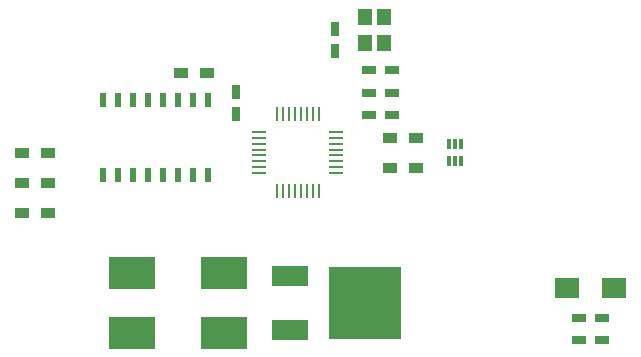
<source format=gbr>
G04 #@! TF.FileFunction,Paste,Top*
%FSLAX46Y46*%
G04 Gerber Fmt 4.6, Leading zero omitted, Abs format (unit mm)*
G04 Created by KiCad (PCBNEW 4.0.5+dfsg1-4) date Thu Feb 15 14:09:15 2018*
%MOMM*%
%LPD*%
G01*
G04 APERTURE LIST*
%ADD10C,0.100000*%
%ADD11R,1.200000X1.400000*%
%ADD12R,4.000500X2.700020*%
%ADD13R,0.750000X1.200000*%
%ADD14R,1.200000X0.750000*%
%ADD15R,2.000000X1.700000*%
%ADD16R,1.200000X0.900000*%
%ADD17R,3.048000X1.651000*%
%ADD18R,6.096000X6.096000*%
%ADD19R,0.300000X0.850000*%
%ADD20R,0.508000X1.143000*%
%ADD21R,1.200000X0.280000*%
%ADD22R,0.280000X1.200000*%
G04 APERTURE END LIST*
D10*
D11*
X168872000Y-90086000D03*
X168872000Y-92286000D03*
X170472000Y-92286000D03*
X170472000Y-90086000D03*
D12*
X149146260Y-111760000D03*
X156923740Y-111760000D03*
X149146260Y-116840000D03*
X156923740Y-116840000D03*
D13*
X157988000Y-98359000D03*
X157988000Y-96459000D03*
X166370000Y-91125000D03*
X166370000Y-93025000D03*
D14*
X171130000Y-94615000D03*
X169230000Y-94615000D03*
X169230000Y-96520000D03*
X171130000Y-96520000D03*
X169230000Y-98425000D03*
X171130000Y-98425000D03*
D15*
X185960000Y-113030000D03*
X189960000Y-113030000D03*
D16*
X142070000Y-106680000D03*
X139870000Y-106680000D03*
X142070000Y-104140000D03*
X139870000Y-104140000D03*
X142070000Y-101600000D03*
X139870000Y-101600000D03*
X155532000Y-94869000D03*
X153332000Y-94869000D03*
X173185000Y-102870000D03*
X170985000Y-102870000D03*
X173185000Y-100330000D03*
X170985000Y-100330000D03*
D17*
X162560000Y-112014000D03*
D18*
X168910000Y-114300000D03*
D17*
X162560000Y-116586000D03*
D19*
X176030000Y-100875000D03*
X176530000Y-100875000D03*
X177030000Y-100875000D03*
X177030000Y-102325000D03*
X176530000Y-102325000D03*
X176030000Y-102325000D03*
D14*
X188910000Y-117475000D03*
X187010000Y-117475000D03*
X188910000Y-115570000D03*
X187010000Y-115570000D03*
D20*
X155575000Y-103505000D03*
X153035000Y-103505000D03*
X151765000Y-103505000D03*
X150495000Y-103505000D03*
X149225000Y-103505000D03*
X147955000Y-103505000D03*
X146685000Y-103505000D03*
X146685000Y-97155000D03*
X147955000Y-97155000D03*
X149225000Y-97155000D03*
X150495000Y-97155000D03*
X151765000Y-97155000D03*
X153035000Y-97155000D03*
X154305000Y-97155000D03*
X155575000Y-97155000D03*
X154305000Y-103505000D03*
D21*
X159945000Y-99850000D03*
X159945000Y-100350000D03*
X159945000Y-100850000D03*
X159945000Y-101350000D03*
X159945000Y-101850000D03*
X159945000Y-102350000D03*
X159945000Y-102850000D03*
X159945000Y-103350000D03*
D22*
X161445000Y-104850000D03*
X161945000Y-104850000D03*
X162445000Y-104850000D03*
X162945000Y-104850000D03*
X163445000Y-104850000D03*
X163945000Y-104850000D03*
X164445000Y-104850000D03*
X164945000Y-104850000D03*
D21*
X166445000Y-103350000D03*
X166445000Y-102850000D03*
X166445000Y-102350000D03*
X166445000Y-101850000D03*
X166445000Y-101350000D03*
X166445000Y-100850000D03*
X166445000Y-100350000D03*
X166445000Y-99850000D03*
D22*
X164945000Y-98350000D03*
X164445000Y-98350000D03*
X163945000Y-98350000D03*
X163445000Y-98350000D03*
X162945000Y-98350000D03*
X162445000Y-98350000D03*
X161945000Y-98350000D03*
X161445000Y-98350000D03*
M02*

</source>
